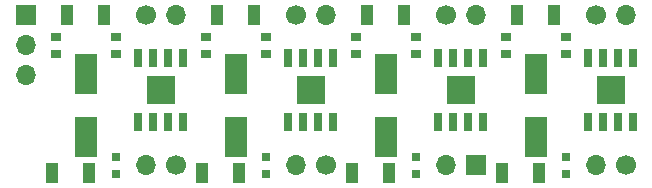
<source format=gts>
%TF.GenerationSoftware,KiCad,Pcbnew,(5.1.8)-1*%
%TF.CreationDate,2021-03-06T21:18:19+09:00*%
%TF.ProjectId,motor_driver,6d6f746f-725f-4647-9269-7665722e6b69,rev?*%
%TF.SameCoordinates,PX54c81a0PY87a6900*%
%TF.FileFunction,Soldermask,Top*%
%TF.FilePolarity,Negative*%
%FSLAX46Y46*%
G04 Gerber Fmt 4.6, Leading zero omitted, Abs format (unit mm)*
G04 Created by KiCad (PCBNEW (5.1.8)-1) date 2021-03-06 21:18:19*
%MOMM*%
%LPD*%
G01*
G04 APERTURE LIST*
%ADD10R,1.700000X1.700000*%
%ADD11O,1.700000X1.700000*%
%ADD12C,1.700000*%
%ADD13R,0.940000X0.750000*%
%ADD14R,1.850000X3.500000*%
%ADD15R,0.800000X0.800000*%
%ADD16R,1.050000X1.800000*%
%ADD17R,2.390000X2.390000*%
%ADD18R,0.650000X1.525000*%
G04 APERTURE END LIST*
D10*
%TO.C,J1*%
X2540000Y15240000D03*
D11*
X2540000Y12700000D03*
X2540000Y10160000D03*
%TD*%
D12*
%TO.C,J2*%
X15240000Y2540000D03*
D11*
X12700000Y2540000D03*
%TD*%
%TO.C,J3*%
X25400000Y2540000D03*
D12*
X27940000Y2540000D03*
%TD*%
D10*
%TO.C,J4*%
X40640000Y2540000D03*
D11*
X38100000Y2540000D03*
%TD*%
%TO.C,J5*%
X50800000Y2540000D03*
D12*
X53340000Y2540000D03*
%TD*%
D11*
%TO.C,J9*%
X53340000Y15240000D03*
D12*
X50800000Y15240000D03*
%TD*%
%TO.C,J8*%
X38100000Y15240000D03*
D11*
X40640000Y15240000D03*
%TD*%
%TO.C,J7*%
X27940000Y15240000D03*
D12*
X25400000Y15240000D03*
%TD*%
%TO.C,J6*%
X12700000Y15240000D03*
D11*
X15240000Y15240000D03*
%TD*%
D13*
%TO.C,C1*%
X5080000Y12000000D03*
X5080000Y13400000D03*
%TD*%
%TO.C,C2*%
X17780000Y12000000D03*
X17780000Y13400000D03*
%TD*%
%TO.C,C3*%
X30480000Y12000000D03*
X30480000Y13400000D03*
%TD*%
%TO.C,C4*%
X43180000Y13400000D03*
X43180000Y12000000D03*
%TD*%
%TO.C,C5*%
X10160000Y13400000D03*
X10160000Y12000000D03*
%TD*%
%TO.C,C6*%
X22860000Y12000000D03*
X22860000Y13400000D03*
%TD*%
%TO.C,C7*%
X35560000Y12000000D03*
X35560000Y13400000D03*
%TD*%
%TO.C,C8*%
X48260000Y12000000D03*
X48260000Y13400000D03*
%TD*%
D14*
%TO.C,C12*%
X7620000Y10270000D03*
X7620000Y4970000D03*
%TD*%
D15*
%TO.C,D1*%
X10160000Y1790000D03*
X10160000Y3290000D03*
%TD*%
%TO.C,D2*%
X22860000Y3290000D03*
X22860000Y1790000D03*
%TD*%
%TO.C,D3*%
X35560000Y3290000D03*
X35560000Y1790000D03*
%TD*%
%TO.C,D4*%
X48260000Y1790000D03*
X48260000Y3290000D03*
%TD*%
D16*
%TO.C,R1*%
X7900000Y1905000D03*
X4800000Y1905000D03*
%TD*%
%TO.C,R2*%
X17500000Y1905000D03*
X20600000Y1905000D03*
%TD*%
%TO.C,R3*%
X33300000Y1905000D03*
X30200000Y1905000D03*
%TD*%
%TO.C,R4*%
X42900000Y1905000D03*
X46000000Y1905000D03*
%TD*%
%TO.C,R5*%
X9170000Y15240000D03*
X6070000Y15240000D03*
%TD*%
%TO.C,R6*%
X18770000Y15240000D03*
X21870000Y15240000D03*
%TD*%
%TO.C,R7*%
X34570000Y15240000D03*
X31470000Y15240000D03*
%TD*%
%TO.C,R8*%
X44170000Y15240000D03*
X47270000Y15240000D03*
%TD*%
D17*
%TO.C,U3*%
X13970000Y8890000D03*
D18*
X12065000Y11602000D03*
X13335000Y11602000D03*
X14605000Y11602000D03*
X15875000Y11602000D03*
X15875000Y6178000D03*
X14605000Y6178000D03*
X13335000Y6178000D03*
X12065000Y6178000D03*
%TD*%
D17*
%TO.C,U4*%
X26670000Y8890000D03*
D18*
X24765000Y11602000D03*
X26035000Y11602000D03*
X27305000Y11602000D03*
X28575000Y11602000D03*
X28575000Y6178000D03*
X27305000Y6178000D03*
X26035000Y6178000D03*
X24765000Y6178000D03*
%TD*%
%TO.C,U5*%
X37465000Y6178000D03*
X38735000Y6178000D03*
X40005000Y6178000D03*
X41275000Y6178000D03*
X41275000Y11602000D03*
X40005000Y11602000D03*
X38735000Y11602000D03*
X37465000Y11602000D03*
D17*
X39370000Y8890000D03*
%TD*%
D18*
%TO.C,U6*%
X50165000Y6178000D03*
X51435000Y6178000D03*
X52705000Y6178000D03*
X53975000Y6178000D03*
X53975000Y11602000D03*
X52705000Y11602000D03*
X51435000Y11602000D03*
X50165000Y11602000D03*
D17*
X52070000Y8890000D03*
%TD*%
D14*
%TO.C,C9*%
X20320000Y10270000D03*
X20320000Y4970000D03*
%TD*%
%TO.C,C10*%
X33020000Y4970000D03*
X33020000Y10270000D03*
%TD*%
%TO.C,C11*%
X45720000Y10270000D03*
X45720000Y4970000D03*
%TD*%
M02*

</source>
